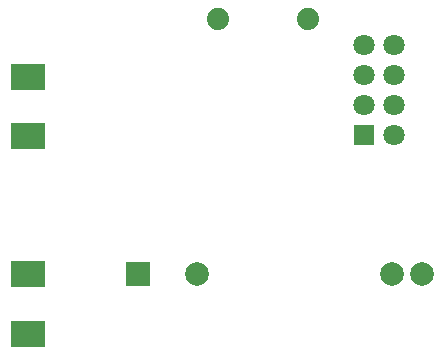
<source format=gtl>
G04 Layer: TopLayer*
G04 EasyEDA v6.5.34, 2023-10-19 08:42:31*
G04 445bff652981409abf7e2ca76203f91b,08f173712dbc44b08fd2a75eaeabdc68,10*
G04 Gerber Generator version 0.2*
G04 Scale: 100 percent, Rotated: No, Reflected: No *
G04 Dimensions in millimeters *
G04 leading zeros omitted , absolute positions ,4 integer and 5 decimal *
%FSLAX45Y45*%
%MOMM*%

%ADD10C,1.8796*%
%ADD11R,3.0000X2.2000*%
%ADD12C,1.8000*%
%ADD13R,1.8000X1.8000*%
%ADD14C,2.0000*%
%ADD15R,2.0000X2.0000*%

%LPD*%
D10*
G01*
X2820990Y3019988D03*
G01*
X2058990Y3019988D03*
D11*
G01*
X450011Y2534991D03*
G01*
X450011Y2034992D03*
G01*
X450011Y859993D03*
G01*
X450011Y359994D03*
D12*
G01*
X3547000Y2800992D03*
G01*
X3547000Y2546992D03*
G01*
X3547000Y2292992D03*
G01*
X3547000Y2038992D03*
G01*
X3293000Y2800992D03*
G01*
X3293000Y2546992D03*
G01*
X3293000Y2292992D03*
D13*
G01*
X3293000Y2038992D03*
D14*
G01*
X3780002Y859993D03*
G01*
X3530015Y859993D03*
G01*
X1880006Y859993D03*
D15*
G01*
X1380007Y859993D03*
M02*

</source>
